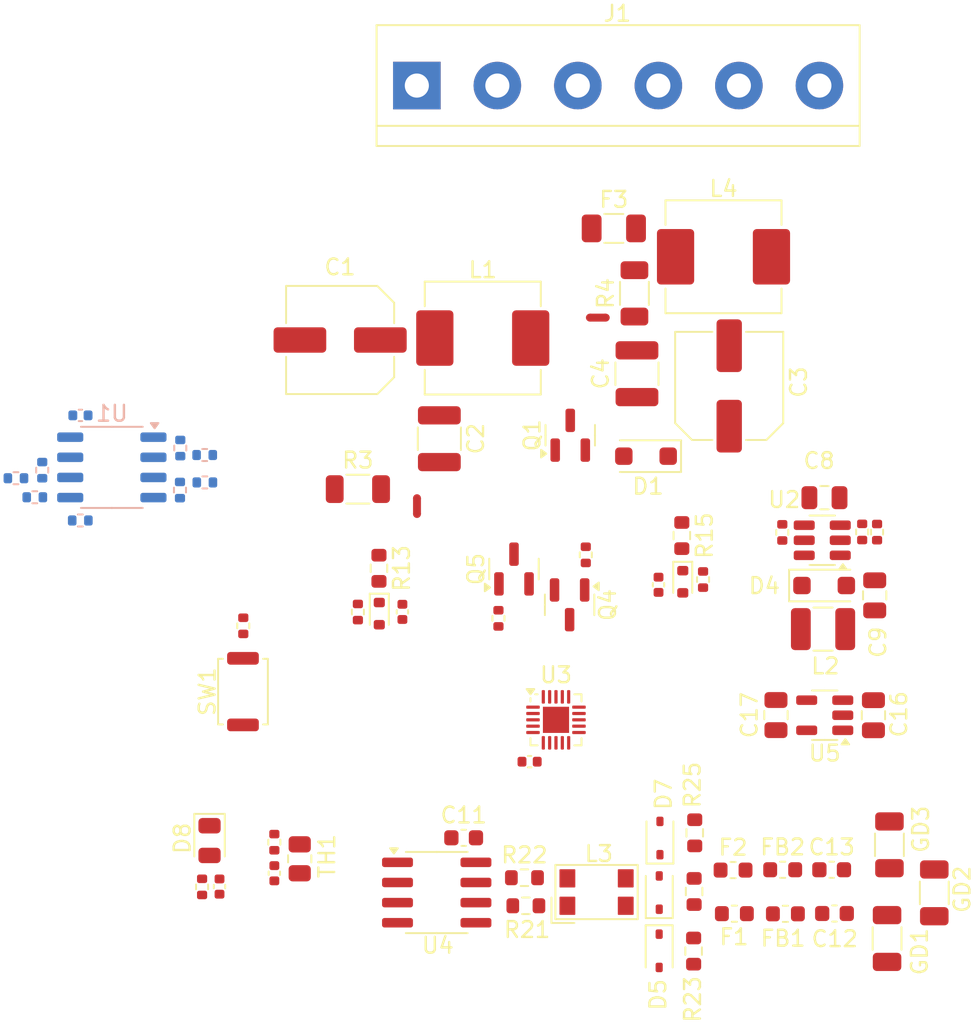
<source format=kicad_pcb>
(kicad_pcb (version 20240108) (generator "pcbnew") (generator_version "8.0")
  (layers (0 "F.Cu" signal) (31 "B.Cu" signal) (34 "B.Paste" user) (35 "F.Paste" user) (36 "B.SilkS" user "B.Silkscreen") (37 "F.SilkS" user "F.Silkscreen") (38 "B.Mask" user) (39 "F.Mask" user) (44 "Edge.Cuts" user))
  (net 0 "")
  (net 1 "GND")
  (net 2 "/SLR+")
  (net 3 "+5V")
  (net 4 "VINP")
  (net 5 "+3.3V")
  (net 6 "Net-(C12-Pad1)")
  (net 7 "/485+")
  (net 8 "Net-(C13-Pad1)")
  (net 9 "/485-")
  (net 10 "/ADC_PD")
  (net 11 "/ADC_T")
  (net 12 "Net-(D1-A)")
  (net 13 "/ADC_Vslr")
  (net 14 "/ADC_Vbus")
  (net 15 "Net-(D4-K)")
  (net 16 "Net-(D5-K)")
  (net 17 "Net-(D6-A)")
  (net 18 "/SampEn")
  (net 19 "Net-(F1-Pad2)")
  (net 20 "Net-(F2-Pad2)")
  (net 21 "Net-(F3-Pad2)")
  (net 22 "Net-(J1-Pin_3)")
  (net 23 "Net-(L3-Pad1)")
  (net 24 "Net-(L3-Pad4)")
  (net 25 "/BUS_Is")
  (net 26 "/SLR_Is")
  (net 27 "/MOS_G")
  (net 28 "Net-(Q4-B)")
  (net 29 "Net-(Q5-B)")
  (net 30 "/MOS_DrvIn")
  (net 31 "/SLR-")
  (net 32 "/BUS-")
  (net 33 "Net-(U1A--)")
  (net 34 "/ADC_Islr")
  (net 35 "Net-(U1A-+)")
  (net 36 "Net-(U1B-+)")
  (net 37 "Net-(U1B--)")
  (net 38 "/ADC_Ibus")
  (net 39 "Net-(U2-~{SHDN})")
  (net 40 "Net-(U2-FB)")
  (net 41 "/PUSH")
  (net 42 "Net-(U4-A)")
  (net 43 "Net-(U4-B)")
  (net 45 "/MAX485_TR")
  (net 46 "/MAX485_RO")
  (net 50 "/I2C_SCL")
  (net 62 "/MAX485_DI")
  (net 64 "/Vdco")
  (footprint "Resistor_SMD:R_0402_1005Metric" (layer "F.Cu") (at 110.35 92.44 90)
    (property "Reference" "R20" (hide yes))
    (property "Value" "R")
    (pad "1" smd roundrect (at -0.51 0 90) (size 0.54 0.64) (layers "F.Cu" "F.Paste" "F.Mask") (net 41 "/PUSH"))
    (pad "2" smd roundrect (at 0.51 0 90) (size 0.54 0.64) (layers "F.Cu" "F.Paste" "F.Mask") (net 1 "GND"))
  )
  (footprint "Package_TO_SOT_SMD:SOT-23" (layer "F.Cu") (at 130.94 91.115 -90)
    (property "Reference" "Q4" (at 0 -2.4 90) (layer "F.SilkS"))
    (property "Value" "Q_PNP_BCE")
    (pad "1" smd roundrect (at -0.9375 -0.95 270) (size 1.475 0.6) (layers "F.Cu" "F.Paste" "F.Mask") (net 28 "Net-(Q4-B)"))
    (pad "2" smd roundrect (at -0.9375 0.95 270) (size 1.475 0.6) (layers "F.Cu" "F.Paste" "F.Mask") (net 27 "/MOS_G"))
    (pad "3" smd roundrect (at 0.9375 0 270) (size 1.475 0.6) (layers "F.Cu" "F.Paste" "F.Mask") (net 3 "+5V"))
  )
  (footprint "Capacitor_SMD:C_0402_1005Metric" (layer "F.Cu") (at 108.85 108.8875 -90)
    (property "Reference" "C14" (hide yes))
    (property "Value" "0.1uF")
    (pad "1" smd roundrect (at -0.48 0 270) (size 0.56 0.62) (layers "F.Cu" "F.Paste" "F.Mask") (net 10 "/ADC_PD"))
    (pad "2" smd roundrect (at 0.48 0 270) (size 0.56 0.62) (layers "F.Cu" "F.Paste" "F.Mask") (net 1 "GND"))
  )
  (footprint "Fuse:Fuse_0603_1608Metric" (layer "F.Cu") (at 141.2525 107.8475)
    (property "Reference" "F2" (at 0 -1.43 0) (layer "F.SilkS"))
    (property "Value" "20mA")
    (pad "1" smd roundrect (at -0.7875 0) (size 0.875 0.95) (layers "F.Cu" "F.Paste" "F.Mask") (net 17 "Net-(D6-A)"))
    (pad "2" smd roundrect (at 0.7875 0) (size 0.875 0.95) (layers "F.Cu" "F.Paste" "F.Mask") (net 20 "Net-(F2-Pad2)"))
  )
  (footprint "Capacitor_SMD:C_0402_1005Metric" (layer "F.Cu") (at 128.415 101.01)
    (property "Reference" "C10" (hide yes))
    (property "Value" "0.1uF")
    (pad "1" smd roundrect (at -0.48 0) (size 0.56 0.62) (layers "F.Cu" "F.Paste" "F.Mask") (net 1 "GND"))
    (pad "2" smd roundrect (at 0.48 0) (size 0.56 0.62) (layers "F.Cu" "F.Paste" "F.Mask") (net 5 "+3.3V"))
  )
  (footprint "Resistor_SMD:R_0402_1005Metric" (layer "F.Cu") (at 131.96 87.9625 -90)
    (property "Reference" "R1" (hide yes))
    (property "Value" "10k")
    (pad "1" smd roundrect (at -0.51 0 270) (size 0.54 0.64) (layers "F.Cu" "F.Paste" "F.Mask") (net 30 "/MOS_DrvIn"))
    (pad "2" smd roundrect (at 0.51 0 270) (size 0.54 0.64) (layers "F.Cu" "F.Paste" "F.Mask") (net 28 "Net-(Q4-B)"))
  )
  (footprint "Package_DFN_QFN:QFN-20-1EP_3x3mm_P0.4mm_EP1.65x1.65mm" (layer "F.Cu") (at 130.08 98.37)
    (property "Reference" "U3" (at 0 -2.83 0) (layer "F.SilkS"))
    (property "Value" "PY32F003F1xUx")
    (pad "1" smd roundrect (at -1.45 -0.8) (size 0.85 0.2) (layers "F.Cu" "F.Paste" "F.Mask"))
    (pad "2" smd roundrect (at -1.45 -0.4) (size 0.85 0.2) (layers "F.Cu" "F.Paste" "F.Mask"))
    (pad "3" smd roundrect (at -1.45 0) (size 0.85 0.2) (layers "F.Cu" "F.Paste" "F.Mask"))
    (pad "4" smd roundrect (at -1.45 0.4) (size 0.85 0.2) (layers "F.Cu" "F.Paste" "F.Mask") (net 1 "GND"))
    (pad "5" smd roundrect (at -1.45 0.8) (size 0.85 0.2) (layers "F.Cu" "F.Paste" "F.Mask"))
    (pad "6" smd roundrect (at -0.8 1.45) (size 0.2 0.85) (layers "F.Cu" "F.Paste" "F.Mask") (net 5 "+3.3V"))
    (pad "7" smd roundrect (at -0.4 1.45) (size 0.2 0.85) (layers "F.Cu" "F.Paste" "F.Mask"))
    (pad "8" smd roundrect (at 0 1.45) (size 0.2 0.85) (layers "F.Cu" "F.Paste" "F.Mask"))
    (pad "9" smd roundrect (at 0.4 1.45) (size 0.2 0.85) (layers "F.Cu" "F.Paste" "F.Mask") (net 45 "/MAX485_TR"))
    (pad "10" smd roundrect (at 0.8 1.45) (size 0.2 0.85) (layers "F.Cu" "F.Paste" "F.Mask") (net 50 "/I2C_SCL"))
    (pad "11" smd roundrect (at 1.45 0.8) (size 0.85 0.2) (layers "F.Cu" "F.Paste" "F.Mask") (net 46 "/MAX485_RO"))
    (pad "12" smd roundrect (at 1.45 0.4) (size 0.85 0.2) (layers "F.Cu" "F.Paste" "F.Mask") (net 41 "/PUSH"))
    (pad "13" smd roundrect (at 1.45 0) (size 0.85 0.2) (layers "F.Cu" "F.Paste" "F.Mask"))
    (pad "14" smd roundrect (at 1.45 -0.4) (size 0.85 0.2) (layers "F.Cu" "F.Paste" "F.Mask"))
    (pad "15" smd roundrect (at 1.45 -0.8) (size 0.85 0.2) (layers "F.Cu" "F.Paste" "F.Mask"))
    (pad "16" smd roundrect (at 0.8 -1.45) (size 0.2 0.85) (layers "F.Cu" "F.Paste" "F.Mask"))
    (pad "17" smd roundrect (at 0.4 -1.45) (size 0.2 0.85) (layers "F.Cu" "F.Paste" "F.Mask"))
    (pad "18" smd roundrect (at 0 -1.45) (size 0.2 0.85) (layers "F.Cu" "F.Paste" "F.Mask"))
    (pad "19" smd roundrect (at -0.4 -1.45) (size 0.2 0.85) (layers "F.Cu" "F.Paste" "F.Mask"))
    (pad "20" smd roundrect (at -0.8 -1.45) (size 0.2 0.85) (layers "F.Cu" "F.Paste" "F.Mask"))
    (pad "21" smd rect (at 0 0) (size 1.65 1.65) (property pad_prop_heatsink) (layers "F.Cu" "F.Mask") (net 1 "GND"))
  )
  (footprint "Diode_SMD:D_0805_2012Metric" (layer "F.Cu") (at 108.22 105.9875 -90)
    (property "Reference" "D8" (at -0.145 1.715 90) (layer "F.SilkS"))
    (property "Value" "D_Photo")
    (pad "1" smd roundrect (at -0.9375 0 270) (size 0.975 1.4) (layers "F.Cu" "F.Paste" "F.Mask") (net 18 "/SampEn"))
    (pad "2" smd roundrect (at 0.9375 0 270) (size 0.975 1.4) (layers "F.Cu" "F.Paste" "F.Mask") (net 10 "/ADC_PD"))
  )
  (footprint "Resistor_SMD:R_0402_1005Metric" (layer "F.Cu") (at 139.36 89.52 -90)
    (property "Reference" "R16" (hide yes))
    (property "Value" "22k")
    (pad "1" smd roundrect (at -0.51 0 270) (size 0.54 0.64) (layers "F.Cu" "F.Paste" "F.Mask") (net 14 "/ADC_Vbus"))
    (pad "2" smd roundrect (at 0.51 0 270) (size 0.54 0.64) (layers "F.Cu" "F.Paste" "F.Mask") (net 1 "GND"))
  )
  (footprint "Capacitor_SMD:C_1206_3216Metric" (layer "F.Cu") (at 150.97 112.165 -90)
    (property "Reference" "GD1" (at 0.83 -2.05 90) (layer "F.SilkS"))
    (property "Value" "GDT_2Pin")
    (pad "1" smd roundrect (at -1.475 0 270) (size 1.15 1.8) (layers "F.Cu" "F.Paste" "F.Mask") (roundrect_rratio 0.217391) (net 7 "/485+"))
    (pad "2" smd roundrect (at 1.475 0 270) (size 1.15 1.8) (layers "F.Cu" "F.Paste" "F.Mask") (roundrect_rratio 0.217391) (net 1 "GND"))
  )
  (footprint "Capacitor_SMD:C_0402_1005Metric" (layer "F.Cu") (at 120.39 91.56 -90)
    (property "Reference" "C6" (hide yes))
    (property "Value" "4.7n")
    (pad "1" smd roundrect (at -0.48 0 270) (size 0.56 0.62) (layers "F.Cu" "F.Paste" "F.Mask") (net 13 "/ADC_Vslr"))
    (pad "2" smd roundrect (at 0.48 0 270) (size 0.56 0.62) (layers "F.Cu" "F.Paste" "F.Mask") (net 1 "GND"))
  )
  (footprint "Inductor_SMD:L_APV_APH0630" (layer "F.Cu") (at 140.65 69.16)
    (property "Reference" "L4" (at 0 -4.3 0) (layer "F.SilkS"))
    (property "Value" "22uH")
    (pad "1" smd roundrect (at -3.025 0) (size 2.35 3.5) (layers "F.Cu" "F.Paste" "F.Mask") (roundrect_rratio 0.106383) (net 21 "Net-(F3-Pad2)"))
    (pad "2" smd roundrect (at 3.025 0) (size 2.35 3.5) (layers "F.Cu" "F.Paste" "F.Mask") (roundrect_rratio 0.106383) (net 4 "VINP"))
  )
  (footprint "Diode_SMD:D_SOD-123F" (layer "F.Cu") (at 135.76 81.7375 180)
    (property "Reference" "D1" (at -0.127 -1.905 0) (layer "F.SilkS"))
    (property "Value" "DSK310")
    (pad "1" smd roundrect (at -1.4 0 180) (size 1.1 1.1) (layers "F.Cu" "F.Paste" "F.Mask") (roundrect_rratio 0.2272727273) (net 4 "VINP"))
    (pad "2" smd roundrect (at 1.4 0 180) (size 1.1 1.1) (layers "F.Cu" "F.Paste" "F.Mask") (roundrect_rratio 0.2272727273) (net 12 "Net-(D1-A)"))
  )
  (footprint "Package_TO_SOT_SMD:SOT-23" (layer "F.Cu") (at 130.98 80.4175 90)
    (property "Reference" "Q1" (at 0 -2.4 90) (layer "F.SilkS"))
    (property "Value" "Q_NMOS_GDS")
    (pad "1" smd roundrect (at -0.9375 -0.95 90) (size 1.475 0.6) (layers "F.Cu" "F.Paste" "F.Mask") (net 27 "/MOS_G"))
    (pad "2" smd roundrect (at -0.9375 0.95 90) (size 1.475 0.6) (layers "F.Cu" "F.Paste" "F.Mask") (net 12 "Net-(D1-A)"))
    (pad "3" smd roundrect (at 0.9375 0 90) (size 1.475 0.6) (layers "F.Cu" "F.Paste" "F.Mask") (net 1 "GND"))
  )
  (footprint "Fuse:Fuse_0603_1608Metric" (layer "F.Cu") (at 141.335 110.5975)
    (property "Reference" "F1" (at -0.0225 1.47 0) (layer "F.SilkS"))
    (property "Value" "20mA")
    (pad "1" smd roundrect (at -0.7875 0) (size 0.875 0.95) (layers "F.Cu" "F.Paste" "F.Mask") (net 16 "Net-(D5-K)"))
    (pad "2" smd roundrect (at 0.7875 0) (size 0.875 0.95) (layers "F.Cu" "F.Paste" "F.Mask") (net 19 "Net-(F1-Pad2)"))
  )
  (footprint "Diode_SMD:D_SOD-323" (layer "F.Cu") (at 136.64 105.8275 90)
    (property "Reference" "D7" (at 2.7675 0.22 90) (layer "F.SilkS"))
    (property "Value" "ESD5Zxx")
    (pad "1" smd roundrect (at -1.05 0 90) (size 0.6 0.45) (layers "F.Cu" "F.Paste" "F.Mask") (net 17 "Net-(D6-A)"))
    (pad "2" smd roundrect (at 1.05 0 90) (size 0.6 0.45) (layers "F.Cu" "F.Paste" "F.Mask") (net 1 "GND"))
  )
  (footprint "Resistor_SMD:R_0402_1005Metric" (layer "F.Cu") (at 107.75 108.9075 -90)
    (property "Reference" "R26" (hide yes))
    (property "Value" "R")
    (pad "1" smd roundrect (at -0.51 0 270) (size 0.54 0.64) (layers "F.Cu" "F.Paste" "F.Mask") (net 10 "/ADC_PD"))
    (pad "2" smd roundrect (at 0.51 0 270) (size 0.54 0.64) (layers "F.Cu" "F.Paste" "F.Mask") (net 1 "GND"))
  )
  (footprint "NetTie:NetTie-2_SMD_Pad0.5mm" (layer "F.Cu") (at 132.72 72.9975)
    (property "Reference" "NT1" (hide yes))
    (property "Value" "NetTie_2" (hide yes))
    (fp_poly (pts (xy -0.5 -0.25) (xy 0.5 -0.25) (xy 0.5 0.25) (xy -0.5 0.25)) (fill solid) (layer "F.Cu"))
    (pad "1" smd circle (at -0.5 0) (size 0.5 0.5) (layers "F.Cu") (net 25 "/BUS_Is"))
    (pad "2" smd circle (at 0.5 0) (size 0.5 0.5) (layers "F.Cu") (net 1 "GND"))
  )
  (footprint "Capacitor_SMD:C_Elec_6.3x5.4" (layer "F.Cu") (at 141.01 77.3075 90)
    (property "Reference" "C3" (at 0.24 4.38 90) (layer "F.SilkS"))
    (property "Value" "100u")
    (pad "1" smd roundrect (at -2.5375 0 90) (size 3.325 1.6) (layers "F.Cu" "F.Paste" "F.Mask") (roundrect_rratio 0.15625) (net 4 "VINP"))
    (pad "2" smd roundrect (at 2.5375 0 90) (size 3.325 1.6) (layers "F.Cu" "F.Paste" "F.Mask") (roundrect_rratio 0.15625) (net 1 "GND"))
  )
  (footprint "Diode_SMD:D_SOD-523" (layer "F.Cu") (at 138.08 89.66 -90)
    (property "Reference" "D3" (hide yes))
    (property "Value" "D_Zener")
    (pad "1" smd roundrect (at -0.7 0 90) (size 0.6 0.7) (layers "F.Cu" "F.Paste" "F.Mask") (net 14 "/ADC_Vbus"))
    (pad "2" smd roundrect (at 0.7 0 90) (size 0.6 0.7) (layers "F.Cu" "F.Paste" "F.Mask") (net 1 "GND"))
  )
  (footprint "Capacitor_SMD:C_0603_1608Metric" (layer "F.Cu") (at 147.475 107.8275)
    (property "Reference" "C13" (at 0 -1.43 0) (layer "F.SilkS"))
    (property "Value" "100nF")
    (pad "1" smd roundrect (at -0.775 0) (size 0.9 0.95) (layers "F.Cu" "F.Paste" "F.Mask") (net 8 "Net-(C13-Pad1)"))
    (pad "2" smd roundrect (at 0.775 0) (size 0.9 0.95) (layers "F.Cu" "F.Paste" "F.Mask") (net 9 "/485-"))
  )
  (footprint "Resistor_SMD:R_0402_1005Metric" (layer "F.Cu") (at 126.45 91.9675 -90)
    (property "Reference" "R2" (hide yes))
    (property "Value" "10k")
    (pad "1" smd roundrect (at -0.51 0 270) (size 0.54 0.64) (layers "F.Cu" "F.Paste" "F.Mask") (net 30 "/MOS_DrvIn"))
    (pad "2" smd roundrect (at 0.51 0 270) (size 0.54 0.64) (layers "F.Cu" "F.Paste" "F.Mask") (net 29 "Net-(Q5-B)"))
  )
  (footprint "Capacitor_SMD:C_0603_1608Metric" (layer "F.Cu") (at 147.6525 110.5875)
    (property "Reference" "C12" (at 0.015 1.6 0) (layer "F.SilkS"))
    (property "Value" "100nF")
    (pad "1" smd roundrect (at -0.775 0) (size 0.9 0.95) (layers "F.Cu" "F.Paste" "F.Mask") (net 6 "Net-(C12-Pad1)"))
    (pad "2" smd roundrect (at 0.775 0) (size 0.9 0.95) (layers "F.Cu" "F.Paste" "F.Mask") (net 7 "/485+"))
  )
  (footprint "Resistor_SMD:R_0603_1608Metric" (layer "F.Cu") (at 118.91 88.81 -90)
    (property "Reference" "R13" (at 0 -1.43 90) (layer "F.SilkS"))
    (property "Value" "470k")
    (pad "1" smd roundrect (at -0.825 0 270) (size 0.8 0.95) (layers "F.Cu" "F.Paste" "F.Mask") (net 2 "/SLR+"))
    (pad "2" smd roundrect (at 0.825 0 270) (size 0.8 0.95) (layers "F.Cu" "F.Paste" "F.Mask") (net 13 "/ADC_Vslr"))
  )
  (footprint "Package_TO_SOT_SMD:SOT-23-5" (layer "F.Cu") (at 147.0375 98.08 180)
    (property "Reference" "U5" (at 0 -2.4 360) (layer "F.SilkS"))
    (property "Value" "SGM2033-5.0")
    (pad "1" smd roundrect (at -1.1375 -0.95 180) (size 1.325 0.6) (layers "F.Cu" "F.Paste" "F.Mask") (net 64 "/Vdco"))
    (pad "2" smd roundrect (at -1.1375 0 180) (size 1.325 0.6) (layers "F.Cu" "F.Paste" "F.Mask") (net 1 "GND"))
    (pad "3" smd roundrect (at -1.1375 0.95 180) (size 1.325 0.6) (layers "F.Cu" "F.Paste" "F.Mask") (net 64 "/Vdco"))
    (pad "4" smd roundrect (at 1.1375 0.95 180) (size 1.325 0.6) (layers "F.Cu" "F.Paste" "F.Mask"))
    (pad "5" smd roundrect (at 1.1375 -0.95 180) (size 1.325 0.6) (layers "F.Cu" "F.Paste" "F.Mask") (net 5 "+3.3V"))
  )
  (footprint "Inductor_SMD:L_1210_3225Metric" (layer "F.Cu") (at 146.93 92.6475)
    (property "Reference" "L2" (at 0.15 2.33 360) (layer "F.SilkS"))
    (property "Value" "47u")
    (pad "1" smd roundrect (at -1.4 0) (size 1.25 2.65) (layers "F.Cu" "F.Paste" "F.Mask") (roundrect_rratio 0.2) (net 15 "Net-(D4-K)"))
    (pad "2" smd roundrect (at 1.4 0) (size 1.25 2.65) (layers "F.Cu" "F.Paste" "F.Mask") (roundrect_rratio 0.2) (net 64 "/Vdco"))
  )
  (footprint "Capacitor_SMD:C_0805_2012Metric" (layer "F.Cu") (at 143.96 98.07 90)
    (property "Reference" "C17" (at 0 -1.68 90) (layer "F.SilkS"))
    (property "Value" "10u")
    (pad "1" smd roundrect (at -0.95 0 90) (size 1 1.45) (layers "F.Cu" "F.Paste" "F.Mask") (net 5 "+3.3V"))
    (pad "2" smd roundrect (at 0.95 0 90) (size 1 1.45) (layers "F.Cu" "F.Paste" "F.Mask") (net 1 "GND"))
  )
  (footprint "Capacitor_SMD:C_1210_3225Metric" (layer "F.Cu") (at 122.72 80.6375 -90)
    (property "Reference" "C2" (at 0 -2.3 90) (layer "F.SilkS"))
    (property "Value" "10u")
    (pad "1" smd roundrect (at -1.475 0 270) (size 1.15 2.7) (layers "F.Cu" "F.Paste" "F.Mask") (roundrect_rratio 0.217391) (net 2 "/SLR+"))
    (pad "2" smd roundrect (at 1.475 0 270) (size 1.15 2.7) (layers "F.Cu" "F.Paste" "F.Mask") (roundrect_rratio 0.217391) (net 1 "GND"))
  )
  (footprint "Package_TO_SOT_SMD:SOT-23-6" (layer "F.Cu") (at 146.88 87.0425 180)
    (property "Reference" "U2" (at 2.4 2.555 360) (layer "F.SilkS"))
    (property "Value" "OC5864")
    (pad "1" smd roundrect (at -1.1375 -0.95 180) (size 1.325 0.6) (layers "F.Cu" "F.Paste" "F.Mask"))
    (pad "2" smd roundrect (at -1.1375 0 180) (size 1.325 0.6) (layers "F.Cu" "F.Paste" "F.Mask") (net 1 "GND"))
    (pad "3" smd roundrect (at -1.1375 0.95 180) (size 1.325 0.6) (layers "F.Cu" "F.Paste" "F.Mask") (net 40 "Net-(U2-FB)"))
    (pad "4" smd roundrect (at 1.1375 0.95 180) (size 1.325 0.6) (layers "F.Cu" "F.Paste" "F.Mask") (net 39 "Net-(U2-~{SHDN})"))
    (pad "5" smd roundrect (at 1.1375 0 180) (size 1.325 0.6) (layers "F.Cu" "F.Paste" "F.Mask") (net 4 "VINP"))
    (pad "6" smd roundrect (at 1.1375 -0.95 180) (size 1.325 0.6) (layers "F.Cu" "F.Paste" "F.Mask") (net 15 "Net-(D4-K)"))
  )
  (footprint "Capacitor_SMD:C_Elec_6.3x5.4" (layer "F.Cu") (at 116.46 74.41 180)
    (property "Reference" "C1" (at 0.01 4.6 0) (layer "F.SilkS"))
    (property "Value" "100u")
    (pad "1" smd roundrect (at -2.5375 0 180) (size 3.325 1.6) (layers "F.Cu" "F.Paste" "F.Mask") (roundrect_rratio 0.15625) (net 2 "/SLR+"))
    (pad "2" smd roundrect (at 2.5375 0 180) (size 3.325 1.6) (layers "F.Cu" "F.Paste" "F.Mask") (roundrect_rratio 0.15625) (net 1 "GND"))
  )
  (footprint "Resistor_SMD:R_1206_3216Metric" (layer "F.Cu") (at 117.58 83.8175)
    (property "Reference" "R3" (at 0 -1.82 0) (layer "F.SilkS"))
    (property "Value" "0.01")
    (pad "1" smd roundrect (at -1.4625 0) (size 1.125 1.75) (layers "F.Cu" "F.Paste" "F.Mask") (roundrect_rratio 0.222222) (net 31 "/SLR-"))
    (pad "2" smd roundrect (at 1.4625 0) (size 1.125 1.75) (layers "F.Cu" "F.Paste" "F.Mask") (roundrect_rratio 0.222222) (net 1 "GND"))
  )
  (footprint "Resistor_SMD:R_0603_1608Metric" (layer "F.Cu") (at 128.18 110.1)
    (property "Reference" "R21" (at 0.075 1.51 0) (layer "F.SilkS"))
    (property "Value" "22")
    (pad "1" smd roundrect (at -0.825 0) (size 0.8 0.95) (layers "F.Cu" "F.Paste" "F.Mask") (net 42 "Net-(U4-A)"))
    (pad "2" smd roundrect (at 0.825 0) (size 0.8 0.95) (layers "F.Cu" "F.Paste" "F.Mask") (net 23 "Net-(L3-Pad1)"))
  )
  (footprint "Inductor_SMD:L_0603_1608Metric" (layer "F.Cu") (at 144.385 107.8275)
    (property "Reference" "FB2" (at 0 -1.43 0) (layer "F.SilkS"))
    (property "Value" "30")
    (pad "1" smd roundrect (at -0.7875 0) (size 0.875 0.95) (layers "F.Cu" "F.Paste" "F.Mask") (net 20 "Net-(F2-Pad2)"))
    (pad "2" smd roundrect (at 0.7875 0) (size 0.875 0.95) (layers "F.Cu" "F.Paste" "F.Mask") (net 8 "Net-(C13-Pad1)"))
  )
  (footprint "Capacitor_SMD:C_0805_2012Metric" (layer "F.Cu") (at 147.02 84.3575 180)
    (property "Reference" "C8" (at 0.34 2.33 360) (layer "F.SilkS"))
    (property "Value" "2.2u")
    (pad "1" smd roundrect (at -0.95 0 180) (size 1 1.45) (layers "F.Cu" "F.Paste" "F.Mask") (net 1 "GND"))
    (pad "2" smd roundrect (at 0.95 0 180) (size 1 1.45) (layers "F.Cu" "F.Paste" "F.Mask") (net 4 "VINP"))
  )
  (footprint "Capacitor_SMD:C_1210_3225Metric" (layer "F.Cu") (at 135.19 76.5375 90)
    (property "Reference" "C4" (at 0 -2.3 90) (layer "F.SilkS"))
    (property "Value" "10u")
    (pad "1" smd roundrect (at -1.475 0 90) (size 1.15 2.7) (layers "F.Cu" "F.Paste" "F.Mask") (roundrect_rratio 0.217391) (net 4 "VINP"))
    (pad "2" smd roundrect (at 1.475 0 90) (size 1.15 2.7) (layers "F.Cu" "F.Paste" "F.Mask") (roundrect_rratio 0.217391) (net 1 "GND"))
  )
  (footprint "Resistor_SMD:R_0603_1608Metric" (layer "F.Cu") (at 138.835 105.4975 90)
    (property "Reference" "R25" (at 3.02 -0.15 90) (layer "F.SilkS"))
    (property "Value" "1M")
    (pad "1" smd roundrect (at -0.825 0 90) (size 0.8 0.95) (layers "F.Cu" "F.Paste" "F.Mask") (net 17 "Net-(D6-A)"))
    (pad "2" smd roundrect (at 0.825 0 90) (size 0.8 0.95) (layers "F.Cu" "F.Paste" "F.Mask") (net 1 "GND"))
  )
  (footprint "Resistor_SMD:R_0603_1608Metric" (layer "F.Cu") (at 128.09 108.33)
    (property "Reference" "R22" (at 0 -1.43 0) (layer "F.SilkS"))
    (property "Value" "22")
    (pad "1" smd roundrect (at -0.825 0) (size 0.8 0.95) (layers "F.Cu" "F.Paste" "F.Mask") (net 43 "Net-(U4-B)"))
    (pad "2" smd roundrect (at 0.825 0) (size 0.8 0.95) (layers "F.Cu" "F.Paste" "F.Mask") (net 24 "Net-(L3-Pad4)"))
  )
  (footprint "Fuse:Fuse_1206_3216Metric" (layer "F.Cu") (at 133.73 67.37)
    (property "Reference" "F3" (at 0 -1.82 0) (layer "F.SilkS"))
    (property "Value" "2A")
    (pad "1" smd roundrect (at -1.4 0) (size 1.25 1.75) (layers "F.Cu" "F.Paste" "F.Mask") (roundrect_rratio 0.2) (net 22 "Net-(J1-Pin_3)"))
    (pad "2" smd roundrect (at 1.4 0) (size 1.25 1.75) (layers "F.Cu" "F.Paste" "F.Mask") (roundrect_rratio 0.2) (net 21 "Net-(F3-Pad2)"))
  )
  (footprint "Capacitor_SMD:C_0402_1005Metric" (layer "F.Cu") (at 136.55 89.85 -90)
    (property "Reference" "C7" (hide yes))
    (property "Value" "4.7n")
    (pad "1" smd roundrect (at -0.48 0 270) (size 0.56 0.62) (layers "F.Cu" "F.Paste" "F.Mask") (net 14 "/ADC_Vbus"))
    (pad "2" smd roundrect (at 0.48 0 270) (size 0.56 0.62) (layers "F.Cu" "F.Paste" "F.Mask") (net 1 "GND"))
  )
  (footprint "Resistor_SMD:R_0603_1608Metric" (layer "F.Cu") (at 138.02 86.745 -90)
    (property "Reference" "R15" (at 0 -1.43 90) (layer "F.SilkS"))
    (property "Value" "470k")
    (pad "1" smd roundrect (at -0.825 0 270) (size 0.8 0.95) (layers "F.Cu" "F.Paste" "F.Mask") (net 4 "VINP"))
    (pad "2" smd roundrect (at 0.825 0 270) (size 0.8 0.95) (layers "F.Cu" "F.Paste" "F.Mask") (net 14 "/ADC_Vbus"))
  )
  (footprint "Capacitor_SMD:C_0805_2012Metric" (layer "F.Cu") (at 150.19 90.5175 90)
    (property "Reference" "C9" (at -2.96 0.21 90) (layer "F.SilkS"))
    (property "Value" "10u")
    (pad "1" smd roundrect (at -0.95 0 90) (size 1 1.45) (layers "F.Cu" "F.Paste" "F.Mask") (net 64 "/Vdco"))
    (pad "2" smd roundrect (at 0.95 0 90) (size 1 1.45) (layers "F.Cu" "F.Paste" "F.Mask") (net 1 "GND"))
  )
  (footprint "Resistor_SMD:R_0603_1608Metric" (layer "F.Cu") (at 138.765 112.9575 -90)
    (property "Reference" "R23" (at 3.04 0.06 90) (layer "F.SilkS"))
    (property "Value" "1M")
    (pad "1" smd roundrect (at -0.825 0 270) (size 0.8 0.95) (layers "F.Cu" "F.Paste" "F.Mask") (net 16 "Net-(D5-K)"))
    (pad "2" smd roundrect (at 0.825 0 270) (size 0.8 0.95) (layers "F.Cu" "F.Paste" "F.Mask") (net 1 "GND"))
  )
  (footprint "Diode_SMD:D_SOD-323" (layer "F.Cu") (at 136.59 112.94 -90)
    (property "Reference" "D5" (at 2.77 0.07 90) (layer "F.SilkS"))
    (property "Value" "ESD5Zxx")
    (pad "1" smd roundrect (at -1.05 0 270) (size 0.6 0.45) (layers "F.Cu" "F.Paste" "F.Mask") (net 16 "Net-(D5-K)"))
    (pad "2" smd roundrect (at 1.05 0 270) (size 0.6 0.45) (layers "F.Cu" "F.Paste" "F.Mask") (net 1 "GND"))
  )
  (footprint "Resistor_SMD:R_0402_1005Metric" (layer "F.Cu") (at 149.4 86.5175 90)
    (property "Reference" "R18" (hide yes))
    (property "Value" "18k")
    (pad "1" smd roundrect (at -0.51 0 90) (size 0.54 0.64) (layers "F.Cu" "F.Paste" "F.Mask") (net 1 "GND"))
    (pad "2" smd roundrect (at 0.51 0 90) (size 0.54 0.64) (layers "F.Cu" "F.Paste" "F.Mask") (net 40 "Net-(U2-FB)"))
  )
  (footprint "Capacitor_SMD:C_0805_2012Metric" (layer "F.Cu") (at 150.11 98.08 90)
    (property "Reference" "C16" (at 0.06 1.61 90) (layer "F.SilkS"))
    (property "Value" "C")
    (pad "1" smd roundrect (at -0.95 0 90) (size 1 1.45) (layers "F.Cu" "F.Paste" "F.Mask") (net 64 "/Vdco"))
    (pad "2" smd roundrect (at 0.95 0 90) (size 1 1.45) (layers "F.Cu" "F.Paste" "F.Mask") (net 1 "GND"))
  )
  (footprint "Inductor_SMD:L_APV_APH0630" (layer "F.Cu") (at 125.46 74.2875)
    (property "Reference" "L1" (at 0 -4.3 0) (layer "F.SilkS"))
    (property "Value" "10uH")
    (pad "1" smd roundrect (at -3.025 0) (size 2.35 3.5) (layers "F.Cu" "F.Paste" "F.Mask") (roundrect_rratio 0.106383) (net 2 "/SLR+"))
    (pad "2" smd roundrect (at 3.025 0) (size 2.35 3.5) (layers "F.Cu" "F.Paste" "F.Mask") (roundrect_rratio 0.106383) (net 12 "Net-(D1-A)"))
  )
  (footprint "Diode_SMD:D_SOD-323" (layer "F.Cu") (at 136.595 109.2675 90)
    (property "Reference" "D6" (hide yes))
    (property "Value" "ESD5Zxx")
    (pad "1" smd roundrect (at -1.05 0 90) (size 0.6 0.45) (layers "F.Cu" "F.Paste" "F.Mask") (net 16 "Net-(D5-K)"))
    (pad "2" smd roundrect (at 1.05 0 90) (size 0.6 0.45) (layers "F.Cu" "F.Paste" "F.Mask") (net 17 "Net-(D6-A)"))
  )
  (footprint "NetTie:NetTie-2_SMD_Pad0.5mm" (layer "F.Cu") (at 121.31 84.8875 90)
    (property "Reference" "NT2" (hide yes))
    (property "Value" "NetTie_2" (hide yes))
    (fp_poly (pts (xy -0.5 -0.25) (xy 0.5 -0.25) (xy 0.5 0.25) (xy -0.5 0.25)) (fill solid) (layer "F.Cu"))
    (pad "1" smd circle (at -0.5 0 90) (size 0.5 0.5) (layers "F.Cu") (net 26 "/SLR_Is"))
    (pad "2" smd circle (at 0.5 0 90) (size 0.5 0.5) (layers "F.Cu") (net 1 "GND"))
  )
  (footprint "Package_SO:SOIC-8_3.9x4.9mm_P1.27mm" (layer "F.Cu") (at 122.555 109.265)
    (property "Reference" "U4" (at 0.07 3.3375 0) (layer "F.SilkS"))
    (property "Value" "MAX485E")
    (pad "1" smd roundrect (at -2.475 -1.905) (size 1.95 0.6) (layers "F.Cu" "F.Paste" "F.Mask") (net 46 "/MAX485_RO"))
    (pad "2" smd roundrect (at -2.475 -0.635) (size 1.95 0.6) (layers "F.Cu" "F.Paste" "F.Mask") (net 45 "/MAX485_TR"))
    (pad "3" smd roundrect (at -2.475 0.635) (size 1.95 0.6) (layers "F.Cu" "F.Paste" "F.Mask") (net 45 "/MAX485_TR"))
    (pad "4" smd roundrect (at -2.475 1.905) (size 1.95 0.6) (layers "F.Cu" "F.Paste" "F.Mask") (net 62 "/MAX485_DI"))
    (pad "5" smd roundrect (at 2.475 1.905) (size 1.95 0.6) (layers "F.Cu" "F.Paste" "F.Mask") (net 1 "GND"))
    (pad "6" smd roundrect (at 2.475 0.635) (size 1.95 0.6) (layers "F.Cu" "F.Paste" "F.Mask") (net 42 "Net-(U4-A)"))
    (pad "7" smd roundrect (at 2.475 -0.635) (size 1.95 0.6) (layers "F.Cu" "F.Paste" "F.Mask") (net 43 "Net-(U4-B)"))
    (pad "8" smd roundrect (at 2.475 -1.905) (size 1.95 0.6) (layers "F.Cu" "F.Paste" "F.Mask") (net 3 "+5V"))
  )
  (footprint "Resistor_SMD:R_0603_1608Metric" (layer "F.Cu") (at 138.795 109.1975 90)
    (property "Reference" "R24" (hide yes))
    (property "Value" "1M")
    (pad "1" smd roundrect (at -0.825 0 90) (size 0.8 0.95) (layers "F.Cu" "F.Paste" "F.Mask") (net 16 "Net-(D5-K)"))
    (pad "2" smd roundrect (at 0.825 0 90) (size 0.8 0.95) (layers "F.Cu" "F.Paste" "F.Mask") (net 17 "Net-(D6-A)"))
  )
  (footprint "Diode_SMD:D_SOD-523" (layer "F.Cu") (at 118.93 91.67 -90)
    (property "Reference" "D2" (hide yes))
    (property "Value" "D_Zener")
    (pad "1" smd roundrect (at -0.7 0 90) (size 0.6 0.7) (layers "F.Cu" "F.Paste" "F.Mask") (net 13 "/ADC_Vslr"))
    (pad "2" smd roundrect (at 0.7 0 90) (size 0.6 0.7) (layers "F.Cu" "F.Paste" "F.Mask") (net 1 "GND"))
  )
  (footprint "Resistor_SMD:R_0805_2012Metric" (layer "F.Cu") (at 113.91 107.1375 -90)
    (property "Reference" "TH1" (at -0.17 -1.72 90) (layer "F.SilkS"))
    (property "Value" "Thermistor_NTC")
    (pad "1" smd roundrect (at -0.9125 0 270) (size 1.025 1.4) (layers "F.Cu" "F.Paste" "F.Mask") (roundrect_rratio 0.243902) (net 11 "/ADC_T"))
    (pad "2" smd roundrect (at 0.9125 0 270) (size 1.025 1.4) (layers "F.Cu" "F.Paste" "F.Mask") (roundrect_rratio 0.243902) (net 1 "GND"))
  )
  (footprint "Package_TO_SOT_SMD:SOT-23" (layer "F.Cu") (at 127.43 88.8575 90)
    (property "Reference" "Q5" (at 0 -2.4 90) (layer "F.SilkS"))
    (property "Value" "Q_NPN_BCE")
    (pad "1" smd roundrect (at -0.9375 -0.95 90) (size 1.475 0.6) (layers "F.Cu" "F.Paste" "F.Mask") (net 29 "Net-(Q5-B)"))
    (pad "2" smd roundrect (at -0.9375 0.95 90) (size 1.475 0.6) (layers "F.Cu" "F.Paste" "F.Mask") (net 27 "/MOS_G"))
    (pad "3" smd roundrect (at 0.9375 0 90) (size 1.475 0.6) (layers "F.Cu" "F.Paste" "F.Mask") (net 1 "GND"))
  )
  (footprint "Capacitor_SMD:C_1206_3216Metric" (layer "F.Cu") (at 151.12 106.255 90)
    (property "Reference" "GD3" (at 0.98 1.98 90) (layer "F.SilkS"))
    (property "Value" "GDT_2Pin")
    (pad "1" smd roundrect (at -1.475 0 90) (size 1.15 1.8) (layers "F.Cu" "F.Paste" "F.Mask") (roundrect_rratio 0.217391) (net 9 "/485-"))
    (pad "2" smd roundrect (at 1.475 0 90) (size 1.15 1.8) (layers "F.Cu" "F.Paste" "F.Mask") (roundrect_rratio 0.217391) (net 1 "GND"))
  )
  (footprint "Resistor_SMD:R_0402_1005Metric" (layer "F.Cu") (at 150.34 86.5275 -90)
    (property "Reference" "R19" (hide yes))
    (property "Value" "100k")
    (pad "1" smd roundrect (at -0.51 0 270) (size 0.54 0.64) (layers "F.Cu" "F.Paste" "F.Mask") (net 40 "Net-(U2-FB)"))
    (pad "2" smd roundrect (at 0.51 0 270) (size 0.54 0.64) (layers "F.Cu" "F.Paste" "F.Mask") (net 64 "/Vdco"))
  )
  (footprint "Resistor_SMD:R_1206_3216Metric" (layer "F.Cu") (at 135.03 71.4675 90)
    (property "Reference" "R4" (at 0 -1.82 90) (layer "F.SilkS"))
    (property "Value" "0.01")
    (pad "1" smd roundrect (at -1.4625 0 90) (size 1.125 1.75) (layers "F.Cu" "F.Paste" "F.Mask") (roundrect_rratio 0.222222) (net 1 "GND"))
    (pad "2" smd roundrect (at 1.4625 0 90) (size 1.125 1.75) (layers "F.Cu" "F.Paste" "F.Mask") (roundrect_rratio 0.222222) (net 32 "/BUS-"))
  )
  (footprint "Inductor_SMD:L_0603_1608Metric" (layer "F.Cu") (at 144.555 110.6075)
    (property "Reference" "FB1" (at -0.1475 1.55 0) (layer "F.SilkS"))
    (property "Value" "30")
    (pad "1" smd roundrect (at -0.7875 0) (size 0.875 0.95) (layers "F.Cu" "F.Paste" "F.Mask") (net 19 "Net-(F1-Pad2)"))
    (pad "2" smd roundrect (at 0.7875 0) (size 0.875 0.95) (layers "F.Cu" "F.Paste" "F.Mask") (net 6 "Net-(C12-Pad1)"))
  )
  (footprint "Capacitor_SMD:C_0603_1608Metric" (layer "F.Cu") (at 124.255 105.8125)
    (property "Reference" "C11" (at 0 -1.43 0) (layer "F.SilkS"))
    (property "Value" "0.1uF")
    (pad "1" smd roundrect (at -0.775 0) (size 0.9 0.95) (layers "F.Cu" "F.Paste" "F.Mask") (net 1 "GND"))
    (pad "2" smd roundrect (at 0.775 0) (size 0.9 0.95) (layers "F.Cu" "F.Paste" "F.Mask") (net 3 "+5V"))
  )
  (footprint "Resistor_SMD:R_0402_1005Metric" (layer "F.Cu") (at 112.31 106.0875 -90)
    (property "Reference" "R27" (hide yes))
    (property "Value" "R")
    (pad "1" smd roundrect (at -0.51 0 270) (size 0.54 0.64) (layers "F.Cu" "F.Paste" "F.Mask") (net 18 "/SampEn"))
    (pad "2" smd roundrect (at 0.51 0 270) (size 0.54 0.64) (layers "F.Cu" "F.Paste" "F.Mask") (net 11 "/ADC_T"))
  )
  (footprint "Inductor_SMD:L_CommonModeChoke_Coilcraft_1812CAN" (layer "F.Cu") (at 132.64 109.235 90)
    (property "Reference" "L3" (at 2.4175 0.145 180) (layer "F.SilkS"))
    (property "Value" "L_Coupled")
    (pad "1" smd roundrect (at -0.865 -1.84 90) (size 1.15 1) (layers "F.Cu" "F.Paste" "F.Mask") (roundrect_rratio 0.05) (net 23 "Net-(L3-Pad1)"))
    (pad "2" smd roundrect (at -0.865 1.84 90) (size 1.15 1) (layers "F.Cu" "F.Paste" "F.Mask") (roundrect_rratio 0.05) (net 16 "Net-(D5-K)"))
    (pad "3" smd roundrect (at 0.865 1.84 90) (size 1.15 1) (layers "F.Cu" "F.Paste" "F.Mask") (roundrect_rratio 0.05) (net 17 "Net-(D6-A)"))
    (pad "4" smd roundrect (at 0.865 -1.84 90) (size 1.15 1) (layers "F.Cu" "F.Paste" "F.Mask") (roundrect_rratio 0.05) (net 24 "Net-(L3-Pad4)"))
  )
  (footprint "Button_Switch_SMD:SW_Push_SPST_NO_Alps_SKRK" (layer "F.Cu") (at 110.33 96.59 90)
    (property "Reference" "SW1" (at 0 -2.25 90) (layer "F.SilkS"))
    (property "Value" "SW_Push")
    (pad "1" smd roundrect (at -2.1 0 90) (size 0.8 2) (layers "F.Cu" "F.Paste" "F.Mask") (net 5 "+3.3V"))
    (pad "2" smd roundrect (at 2.1 0 90) (size 0.8 2) (layers "F.Cu" "F.Paste" "F.Mask") (net 41 "/PUSH"))
  )
  (footprint "Diode_SMD:D_SOD-123F" (layer "F.Cu") (at 147 89.8975)
    (property "Reference" "D4" (at -3.7725 0.02 360) (layer "F.SilkS"))
    (property "Value" "DSK210")
    (pad "1" smd roundrect (at -1.4 0) (size 1.1 1.1) (layers "F.Cu" "F.Paste" "F.Mask") (roundrect_rratio 0.2272727273) (net 15 "Net-(D4-K)"))
    (pad "2" smd roundrect (at 1.4 0) (size 1.1 1.1) (layers "F.Cu" "F.Paste" "F.Mask") (roundrect_rratio 0.2272727273) (net 1 "GND"))
  )
  (footprint "Resistor_SMD:R_0402_1005Metric" (layer "F.Cu") (at 117.58 91.57 -90)
    (property "Reference" "R14" (hide yes))
    (property "Value" "22k")
    (pad "1" smd roundrect (at -0.51 0 270) (size 0.54 0.64) (layers "F.Cu" "F.Paste" "F.Mask") (net 13 "/ADC_Vslr"))
    (pad "2" smd roundrect (at 0.51 0 270) (size 0.54 0.64) (layers "F.Cu" "F.Paste" "F.Mask") (net 1 "GND"))
  )
  (footprint "Resistor_SMD:R_0402_1005Metric" (layer "F.Cu") (at 144.36 86.5475 90)
    (property "Reference" "R17" (hide yes))
    (property "Value" "510k")
    (pad "1" smd roundrect (at -0.51 0 90) (size 0.54 0.64) (layers "F.Cu" "F.Paste" "F.Mask") (net 4 "VINP"))
    (pad "2" smd roundrect (at 0.51 0 90) (size 0.54 0.64) (layers "F.Cu" "F.Paste" "F.Mask") (net 39 "Net-(U2-~{SHDN})"))
  )
  (footprint "Capacitor_SMD:C_1206_3216Metric" (layer "F.Cu") (at 153.95 109.285 90)
    (property "Reference" "GD2" (at 0.22 1.76 90) (layer "F.SilkS"))
    (property "Value" "GDT_2Pin")
    (pad "1" smd roundrect (at -1.475 0 90) (size 1.15 1.8) (layers "F.Cu" "F.Paste" "F.Mask") (roundrect_rratio 0.217391) (net 7 "/485+"))
    (pad "2" smd roundrect (at 1.475 0 90) (size 1.15 1.8) (layers "F.Cu" "F.Paste" "F.Mask") (roundrect_rratio 0.217391) (net 9 "/485-"))
  )
  (footprint "Capacitor_SMD:C_0402_1005Metric" (layer "F.Cu") (at 112.31 108.0475 -90)
    (property "Reference" "C15" (hide yes))
    (property "Value" "0.1uF")
    (pad "1" smd roundrect (at -0.48 0 270) (size 0.56 0.62) (layers "F.Cu" "F.Paste" "F.Mask") (net 11 "/ADC_T"))
    (pad "2" smd roundrect (at 0.48 0 270) (size 0.56 0.62) (layers "F.Cu" "F.Paste" "F.Mask") (net 1 "GND"))
  )
  (footprint "TerminalBlock:TerminalBlock_bornier-6_P5.08mm" (layer "F.Cu") (at 121.3 58.36)
    (property "Reference" "J1" (at 12.65 -4.55 0) (layer "F.SilkS"))
    (property "Value" "Conn_01x06")
    (pad "1" thru_hole rect (at 0 0) (size 3 3) (drill 1.52) (layers "*.Cu" "*.Mask" "In1.Cu" "In2.Cu" "In3.Cu" "In4.Cu" "In5.Cu" "In6.Cu" "In7.Cu" "In8.Cu" "In9.Cu" "In10.Cu" "In11.Cu" "In12.Cu" "In13.Cu" "In14.Cu" "In15.Cu" "In16.Cu" "In17.Cu" "In18.Cu" "In19.Cu" "In20.Cu" "In21.Cu" "In22.Cu" "In23.Cu" "In24.Cu" "In25.Cu" "In26.Cu" "In27.Cu" "In28.Cu" "In29.Cu" "In30.Cu") (net 2 "/SLR+"))
    (pad "2" thru_hole circle (at 5.08 0) (size 3 3) (drill 1.52) (layers "*.Cu" "*.Mask" "In1.Cu" "In2.Cu" "In3.Cu" "In4.Cu" "In5.Cu" "In6.Cu" "In7.Cu" "In8.Cu" "In9.Cu" "In10.Cu" "In11.Cu" "In12.Cu" "In13.Cu" "In14.Cu" "In15.Cu" "In16.Cu" "In17.Cu" "In18.Cu" "In19.Cu" "In20.Cu" "In21.Cu" "In22.Cu" "In23.Cu" "In24.Cu" "In25.Cu" "In26.Cu" "In27.Cu" "In28.Cu" "In29.Cu" "In30.Cu") (net 31 "/SLR-"))
    (pad "3" thru_hole circle (at 10.16 0) (size 3 3) (drill 1.52) (layers "*.Cu" "*.Mask" "In1.Cu" "In2.Cu" "In3.Cu" "In4.Cu" "In5.Cu" "In6.Cu" "In7.Cu" "In8.Cu" "In9.Cu" "In10.Cu" "In11.Cu" "In12.Cu" "In13.Cu" "In14.Cu" "In15.Cu" "In16.Cu" "In17.Cu" "In18.Cu" "In19.Cu" "In20.Cu" "In21.Cu" "In22.Cu" "In23.Cu" "In24.Cu" "In25.Cu" "In26.Cu" "In27.Cu" "In28.Cu" "In29.Cu" "In30.Cu") (net 22 "Net-(J1-Pin_3)"))
    (pad "4" thru_hole circle (at 15.24 0) (size 3 3) (drill 1.52) (layers "*.Cu" "*.Mask" "In1.Cu" "In2.Cu" "In3.Cu" "In4.Cu" "In5.Cu" "In6.Cu" "In7.Cu" "In8.Cu" "In9.Cu" "In10.Cu" "In11.Cu" "In12.Cu" "In13.Cu" "In14.Cu" "In15.Cu" "In16.Cu" "In17.Cu" "In18.Cu" "In19.Cu" "In20.Cu" "In21.Cu" "In22.Cu" "In23.Cu" "In24.Cu" "In25.Cu" "In26.Cu" "In27.Cu" "In28.Cu" "In29.Cu" "In30.Cu") (net 32 "/BUS-"))
    (pad "5" thru_hole circle (at 20.32 0) (size 3 3) (drill 1.52) (layers "*.Cu" "*.Mask" "In1.Cu" "In2.Cu" "In3.Cu" "In4.Cu" "In5.Cu" "In6.Cu" "In7.Cu" "In8.Cu" "In9.Cu" "In10.Cu" "In11.Cu" "In12.Cu" "In13.Cu" "In14.Cu" "In15.Cu" "In16.Cu" "In17.Cu" "In18.Cu" "In19.Cu" "In20.Cu" "In21.Cu" "In22.Cu" "In23.Cu" "In24.Cu" "In25.Cu" "In26.Cu" "In27.Cu" "In28.Cu" "In29.Cu" "In30.Cu") (net 7 "/485+"))
    (pad "6" thru_hole circle (at 25.4 0) (size 3 3) (drill 1.52) (layers "*.Cu" "*.Mask" "In1.Cu" "In2.Cu" "In3.Cu" "In4.Cu" "In5.Cu" "In6.Cu" "In7.Cu" "In8.Cu" "In9.Cu" "In10.Cu" "In11.Cu" "In12.Cu" "In13.Cu" "In14.Cu" "In15.Cu" "In16.Cu" "In17.Cu" "In18.Cu" "In19.Cu" "In20.Cu" "In21.Cu" "In22.Cu" "In23.Cu" "In24.Cu" "In25.Cu" "In26.Cu" "In27.Cu" "In28.Cu" "In29.Cu" "In30.Cu") (net 9 "/485-"))
  )
  (footprint "Resistor_SMD:R_0402_1005Metric" (layer "B.Cu") (at 106.355 83.875 -90)
    (property "Reference" "R8" (hide yes))
    (property "Value" "47k")
    (pad "1" smd roundrect (at -0.51 0 270) (size 0.54 0.64) (layers "B.Cu" "B.Paste" "B.Mask") (net 35 "Net-(U1A-+)"))
    (pad "2" smd roundrect (at 0.51 0 270) (size 0.54 0.64) (layers "B.Cu" "B.Paste" "B.Mask") (net 1 "GND"))
  )
  (footprint "Resistor_SMD:R_0402_1005Metric" (layer "B.Cu") (at 97.665 82.62 90)
    (property "Reference" "R12" (hide yes))
    (property "Value" "47k")
    (pad "1" smd roundrect (at -0.51 0 90) (size 0.54 0.64) (layers "B.Cu" "B.Paste" "B.Mask") (net 37 "Net-(U1B--)"))
    (pad "2" smd roundrect (at 0.51 0 90) (size 0.54 0.64) (layers "B.Cu" "B.Paste" "B.Mask") (net 38 "/ADC_Ibus"))
  )
  (footprint "Resistor_SMD:R_0402_1005Metric" (layer "B.Cu") (at 97.195 84.33)
    (property "Reference" "R9" (hide yes))
    (property "Value" "1k")
    (pad "1" smd roundrect (at -0.51 0) (size 0.54 0.64) (layers "B.Cu" "B.Paste" "B.Mask") (net 32 "/BUS-"))
    (pad "2" smd roundrect (at 0.51 0) (size 0.54 0.64) (layers "B.Cu" "B.Paste" "B.Mask") (net 36 "Net-(U1B-+)"))
  )
  (footprint "Resistor_SMD:R_0402_1005Metric" (layer "B.Cu") (at 96.005 83.13)
    (property "Reference" "R10" (hide yes))
    (property "Value" "1k")
    (pad "1" smd roundrect (at -0.51 0) (size 0.54 0.64) (layers "B.Cu" "B.Paste" "B.Mask") (net 25 "/BUS_Is"))
    (pad "2" smd roundrect (at 0.51 0) (size 0.54 0.64) (layers "B.Cu" "B.Paste" "B.Mask") (net 37 "Net-(U1B--)"))
  )
  (footprint "Capacitor_SMD:C_0402_1005Metric" (layer "B.Cu") (at 100.075 79.165)
    (property "Reference" "C5" (hide yes))
    (property "Value" "0.1u")
    (pad "1" smd roundrect (at -0.48 0) (size 0.56 0.62) (layers "B.Cu" "B.Paste" "B.Mask") (net 3 "+5V"))
    (pad "2" smd roundrect (at 0.48 0) (size 0.56 0.62) (layers "B.Cu" "B.Paste" "B.Mask") (net 1 "GND"))
  )
  (footprint "Resistor_SMD:R_0402_1005Metric" (layer "B.Cu") (at 100.065 85.795)
    (property "Reference" "R11" (hide yes))
    (property "Value" "47k")
    (pad "1" smd roundrect (at -0.51 0) (size 0.54 0.64) (layers "B.Cu" "B.Paste" "B.Mask") (net 36 "Net-(U1B-+)"))
    (pad "2" smd roundrect (at 0.51 0) (size 0.54 0.64) (layers "B.Cu" "B.Paste" "B.Mask") (net 1 "GND"))
  )
  (footprint "Resistor_SMD:R_0402_1005Metric" (layer "B.Cu") (at 107.925 83.395 180)
    (property "Reference" "R7" (hide yes))
    (property "Value" "1k")
    (pad "1" smd roundrect (at -0.51 0 180) (size 0.54 0.64) (layers "B.Cu" "B.Paste" "B.Mask") (net 26 "/SLR_Is"))
    (pad "2" smd roundrect (at 0.51 0 180) (size 0.54 0.64) (layers "B.Cu" "B.Paste" "B.Mask") (net 35 "Net-(U1A-+)"))
  )
  (footprint "Resistor_SMD:R_0402_1005Metric" (layer "B.Cu") (at 107.915 81.665 180)
    (property "Reference" "R5" (hide yes))
    (property "Value" "1k")
    (pad "1" smd roundrect (at -0.51 0 180) (size 0.54 0.64) (layers "B.Cu" "B.Paste" "B.Mask") (net 31 "/SLR-"))
    (pad "2" smd roundrect (at 0.51 0 180) (size 0.54 0.64) (layers "B.Cu" "B.Paste" "B.Mask") (net 33 "Net-(U1A--)"))
  )
  (footprint "Package_SO:SOP-8_3.9x4.9mm_P1.27mm" (layer "B.Cu") (at 102.055 82.445 180)
    (property "Reference" "U1" (at 0 3.4 0) (layer "B.SilkS") (effects (justify mirror)))
    (property "Value" "LM358")
    (pad "1" smd roundrect (at -2.625 1.905 180) (size 1.65 0.6) (layers "B.Cu" "B.Paste" "B.Mask") (net 34 "/ADC_Islr"))
    (pad "2" smd roundrect (at -2.625 0.635 180) (size 1.65 0.6) (layers "B.Cu" "B.Paste" "B.Mask") (net 33 "Net-(U1A--)"))
    (pad "3" smd roundrect (at -2.625 -0.635 180) (size 1.65 0.6) (layers "B.Cu" "B.Paste" "B.Mask") (net 35 "Net-(U1A-+)"))
    (pad "4" smd roundrect (at -2.625 -1.905 180) (size 1.65 0.6) (layers "B.Cu" "B.Paste" "B.Mask") (net 1 "GND"))
    (pad "5" smd roundrect (at 2.625 -1.905 180) (size 1.65 0.6) (layers "B.Cu" "B.Paste" "B.Mask") (net 36 "Net-(U1B-+)"))
    (pad "6" smd roundrect (at 2.625 -0.635 180) (size 1.65 0.6) (layers "B.Cu" "B.Paste" "B.Mask") (net 37 "Net-(U1B--)"))
    (pad "7" smd roundrect (at 2.625 0.635 180) (size 1.65 0.6) (layers "B.Cu" "B.Paste" "B.Mask") (net 38 "/ADC_Ibus"))
    (pad "8" smd roundrect (at 2.625 1.905 180) (size 1.65 0.6) (layers "B.Cu" "B.Paste" "B.Mask") (net 3 "+5V"))
  )
  (footprint "Resistor_SMD:R_0402_1005Metric" (layer "B.Cu") (at 106.375 81.225 90)
    (property "Reference" "R6" (hide yes))
    (property "Value" "47k")
    (pad "1" smd roundrect (at -0.51 0 90) (size 0.54 0.64) (layers "B.Cu" "B.Paste" "B.Mask") (net 33 "Net-(U1A--)"))
    (pad "2" smd roundrect (at 0.51 0 90) (size 0.54 0.64) (layers "B.Cu" "B.Paste" "B.Mask") (net 34 "/ADC_Islr"))
  )
)
</source>
